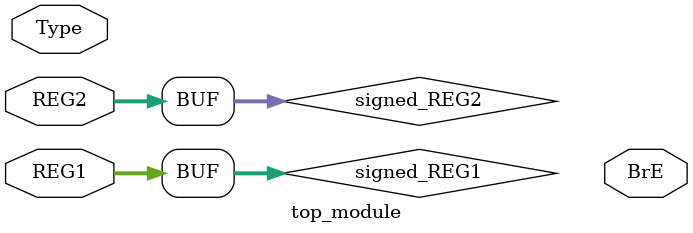
<source format=v>
module top_module(         
    input [31:0]	REG1,
    input [31:0] 	REG2,
    input [2:0]		Type,
    output     reg     BrE
);
    wire signed 	[31:0] signed_REG1;
    wire signed 	[31:0] signed_REG2;
    //wire unsigned 	[31:0] unsigned_REG1;
    //wire unsigned 	[31:0] unsigned_REG2;

    assign signed_REG1 = REG1;
    assign signed_REG2 = REG2; 
    //assign unsigned_REG1 = REG1;
    //assign unsigned_REG2 = REG2; 
    always@(*)
    begin
        case(Type)
            /*待填*/  
        endcase
    end
endmodule
</source>
